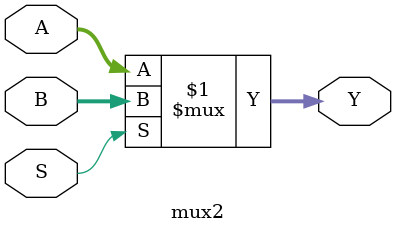
<source format=v>
module mux2(input  [31:0] A, B, 
            input         S, 
            output [31:0] Y);

  assign Y = S ? B : A; 
endmodule

</source>
